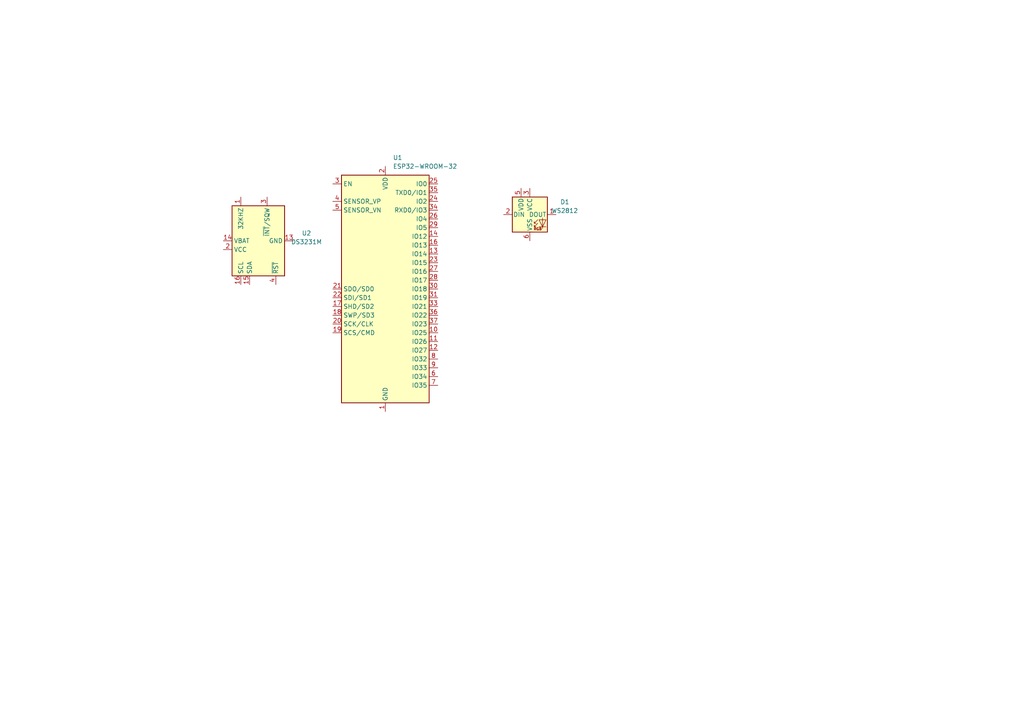
<source format=kicad_sch>
(kicad_sch (version 20230121) (generator eeschema)
  (paper "A4")
  (lib_symbols
    (symbol "LED:WS2812" (pin_names (offset 0.254))
      (property "Reference" "D" (at 5.08 5.715 0))
      (property "Value" "WS2812" (at 1.27 -5.715 0))
      (symbol "WS2812_0_0"
        (text "RGB" (at 2.286 -4.191 0) (effects (font (size 0.762 0.762))))
      )
      (symbol "WS2812_0_1"
        (polyline (pts (xy 1.27 -3.556) (xy 1.778 -3.556)))
        (polyline (pts (xy 1.27 -2.54) (xy 1.778 -2.54)))
        (polyline (pts (xy 4.699 -3.556) (xy 2.667 -3.556)))
        (polyline (pts (xy 2.286 -2.54) (xy 1.27 -3.556) (xy 1.27 -3.048)))
        (polyline (pts (xy 2.286 -1.524) (xy 1.27 -2.54) (xy 1.27 -2.032)))
        (polyline (pts (xy 3.683 -1.016) (xy 3.683 -3.556) (xy 3.683 -4.064)))
        (polyline (pts (xy 4.699 -1.524) (xy 2.667 -1.524) (xy 3.683 -3.556) (xy 4.699 -1.524)))
        (rectangle (start 5.08 5.08) (end -5.08 -5.08) (stroke (width 0.254)) (fill (type background)))
      )
      (symbol "WS2812_1_1"
        (pin output line (at 7.62 0 180) (length 2.54) (name "DOUT") (number "1"))
        (pin input line (at -7.62 0 0) (length 2.54) (name "DIN") (number "2"))
        (pin power_in line (at 0 7.62 270) (length 2.54) (name "VCC") (number "3"))
        (pin no_connect line (at 5.08 2.54 180) (length 2.54) hide (name "NC") (number "4"))
        (pin power_in line (at -2.54 7.62 270) (length 2.54) (name "VDD") (number "5"))
        (pin power_in line (at 0 -7.62 90) (length 2.54) (name "VSS") (number "6"))
      )
    )
    (symbol "RF_Module:ESP32-WROOM-32"
      (property "Reference" "U" (at -12.7 34.29 0))
      (property "Value" "ESP32-WROOM-32" (at 1.27 34.29 0))
      (symbol "ESP32-WROOM-32_0_1"
        (rectangle (start -12.7 33.02) (end 12.7 -33.02) (stroke (width 0.254)) (fill (type background)))
      )
      (symbol "ESP32-WROOM-32_1_1"
        (pin power_in line (at 0 -35.56 90) (length 2.54) (name "GND") (number "1"))
        (pin bidirectional line (at 15.24 -12.7 180) (length 2.54) (name "IO25") (number "10"))
        (pin bidirectional line (at 15.24 -15.24 180) (length 2.54) (name "IO26") (number "11"))
        (pin bidirectional line (at 15.24 -17.78 180) (length 2.54) (name "IO27") (number "12"))
        (pin bidirectional line (at 15.24 10.16 180) (length 2.54) (name "IO14") (number "13"))
        (pin bidirectional line (at 15.24 15.24 180) (length 2.54) (name "IO12") (number "14"))
        (pin passive line (at 0 -35.56 90) (length 2.54) hide (name "GND") (number "15"))
        (pin bidirectional line (at 15.24 12.7 180) (length 2.54) (name "IO13") (number "16"))
        (pin bidirectional line (at -15.24 -5.08 0) (length 2.54) (name "SHD/SD2") (number "17"))
        (pin bidirectional line (at -15.24 -7.62 0) (length 2.54) (name "SWP/SD3") (number "18"))
        (pin bidirectional line (at -15.24 -12.7 0) (length 2.54) (name "SCS/CMD") (number "19"))
        (pin power_in line (at 0 35.56 270) (length 2.54) (name "VDD") (number "2"))
        (pin bidirectional line (at -15.24 -10.16 0) (length 2.54) (name "SCK/CLK") (number "20"))
        (pin bidirectional line (at -15.24 0 0) (length 2.54) (name "SDO/SD0") (number "21"))
        (pin bidirectional line (at -15.24 -2.54 0) (length 2.54) (name "SDI/SD1") (number "22"))
        (pin bidirectional line (at 15.24 7.62 180) (length 2.54) (name "IO15") (number "23"))
        (pin bidirectional line (at 15.24 25.4 180) (length 2.54) (name "IO2") (number "24"))
        (pin bidirectional line (at 15.24 30.48 180) (length 2.54) (name "IO0") (number "25"))
        (pin bidirectional line (at 15.24 20.32 180) (length 2.54) (name "IO4") (number "26"))
        (pin bidirectional line (at 15.24 5.08 180) (length 2.54) (name "IO16") (number "27"))
        (pin bidirectional line (at 15.24 2.54 180) (length 2.54) (name "IO17") (number "28"))
        (pin bidirectional line (at 15.24 17.78 180) (length 2.54) (name "IO5") (number "29"))
        (pin input line (at -15.24 30.48 0) (length 2.54) (name "EN") (number "3"))
        (pin bidirectional line (at 15.24 0 180) (length 2.54) (name "IO18") (number "30"))
        (pin bidirectional line (at 15.24 -2.54 180) (length 2.54) (name "IO19") (number "31"))
        (pin no_connect line (at -12.7 -27.94 0) (length 2.54) hide (name "NC") (number "32"))
        (pin bidirectional line (at 15.24 -5.08 180) (length 2.54) (name "IO21") (number "33"))
        (pin bidirectional line (at 15.24 22.86 180) (length 2.54) (name "RXD0/IO3") (number "34"))
        (pin bidirectional line (at 15.24 27.94 180) (length 2.54) (name "TXD0/IO1") (number "35"))
        (pin bidirectional line (at 15.24 -7.62 180) (length 2.54) (name "IO22") (number "36"))
        (pin bidirectional line (at 15.24 -10.16 180) (length 2.54) (name "IO23") (number "37"))
        (pin passive line (at 0 -35.56 90) (length 2.54) hide (name "GND") (number "38"))
        (pin passive line (at 0 -35.56 90) (length 2.54) hide (name "GND") (number "39"))
        (pin input line (at -15.24 25.4 0) (length 2.54) (name "SENSOR_VP") (number "4"))
        (pin input line (at -15.24 22.86 0) (length 2.54) (name "SENSOR_VN") (number "5"))
        (pin input line (at 15.24 -25.4 180) (length 2.54) (name "IO34") (number "6"))
        (pin input line (at 15.24 -27.94 180) (length 2.54) (name "IO35") (number "7"))
        (pin bidirectional line (at 15.24 -20.32 180) (length 2.54) (name "IO32") (number "8"))
        (pin bidirectional line (at 15.24 -22.86 180) (length 2.54) (name "IO33") (number "9"))
      )
    )
    (symbol "Timer_RTC:DS3231M"
      (property "Reference" "U" (at -7.62 8.89 0))
      (property "Value" "DS3231M" (at 10.16 8.89 0))
      (symbol "DS3231M_0_1"
        (rectangle (start -10.16 7.62) (end 10.16 -7.62) (stroke (width 0.254)) (fill (type background)))
      )
      (symbol "DS3231M_1_1"
        (pin open_collector line (at 12.7 5.08 180) (length 2.54) (name "32KHZ") (number "1"))
        (pin passive line (at 0 -10.16 90) (length 2.54) hide (name "GND") (number "10"))
        (pin passive line (at 0 -10.16 90) (length 2.54) hide (name "GND") (number "11"))
        (pin passive line (at 0 -10.16 90) (length 2.54) hide (name "GND") (number "12"))
        (pin power_in line (at 0 -10.16 90) (length 2.54) (name "GND") (number "13"))
        (pin power_in line (at 0 10.16 270) (length 2.54) (name "VBAT") (number "14"))
        (pin bidirectional line (at -12.7 2.54 0) (length 2.54) (name "SDA") (number "15"))
        (pin input line (at -12.7 5.08 0) (length 2.54) (name "SCL") (number "16"))
        (pin power_in line (at -2.54 10.16 270) (length 2.54) (name "VCC") (number "2"))
        (pin open_collector line (at 12.7 -2.54 180) (length 2.54) (name "~{INT}/SQW") (number "3"))
        (pin bidirectional line (at -12.7 -5.08 0) (length 2.54) (name "~{RST}") (number "4"))
        (pin passive line (at 0 -10.16 90) (length 2.54) hide (name "GND") (number "5"))
        (pin passive line (at 0 -10.16 90) (length 2.54) hide (name "GND") (number "6"))
        (pin passive line (at 0 -10.16 90) (length 2.54) hide (name "GND") (number "7"))
        (pin passive line (at 0 -10.16 90) (length 2.54) hide (name "GND") (number "8"))
        (pin passive line (at 0 -10.16 90) (length 2.54) hide (name "GND") (number "9"))
      )
    )
  )
  (bus_entry (at -21.59 138.43) (size 2.54 2.54))
  (symbol (lib_id "Timer_RTC:DS3231M") (at 74.93 69.85 90) (unit 1)
    (property "Reference" "U2" (at 88.9 67.6341 90))
    (property "Value" "DS3231M" (at 88.9 70.1741 90))
    (property "Footprint" "Package_SO:SOIC-16W_7.5x10.3mm_P1.27mm" (effects hide))
    (property "Datasheet" "http://datasheets.maximintegrated.com/en/ds/DS3231.pdf" (effects hide))
  )
  (symbol (lib_id "LED:WS2812") (at 153.67 62.23 0) (unit 1)
    (property "Reference" "D1" (at 163.83 58.5821 0))
    (property "Value" "WS2812" (at 163.83 61.1221 0))
    (property "Footprint" "LED_SMD:LED_WS2812_PLCC6_5.0x5.0mm_P1.6mm" (effects hide))
    (property "Datasheet" "https://cdn-shop.adafruit.com/datasheets/WS2812.pdf" (effects hide))
  )
  (symbol (lib_id "RF_Module:ESP32-WROOM-32") (at 111.76 83.82 0) (unit 1)
    (property "Reference" "U1" (at 113.9541 45.72 0) (effects (justify left)))
    (property "Value" "ESP32-WROOM-32" (at 113.9541 48.26 0) (effects (justify left)))
    (property "Footprint" "RF_Module:ESP32-WROOM-32" (effects hide))
    (property "Datasheet" "https://www.espressif.com/sites/default/files/documentation/esp32-wroom-32_datasheet_en.pdf" (effects hide))
  )
)
</source>
